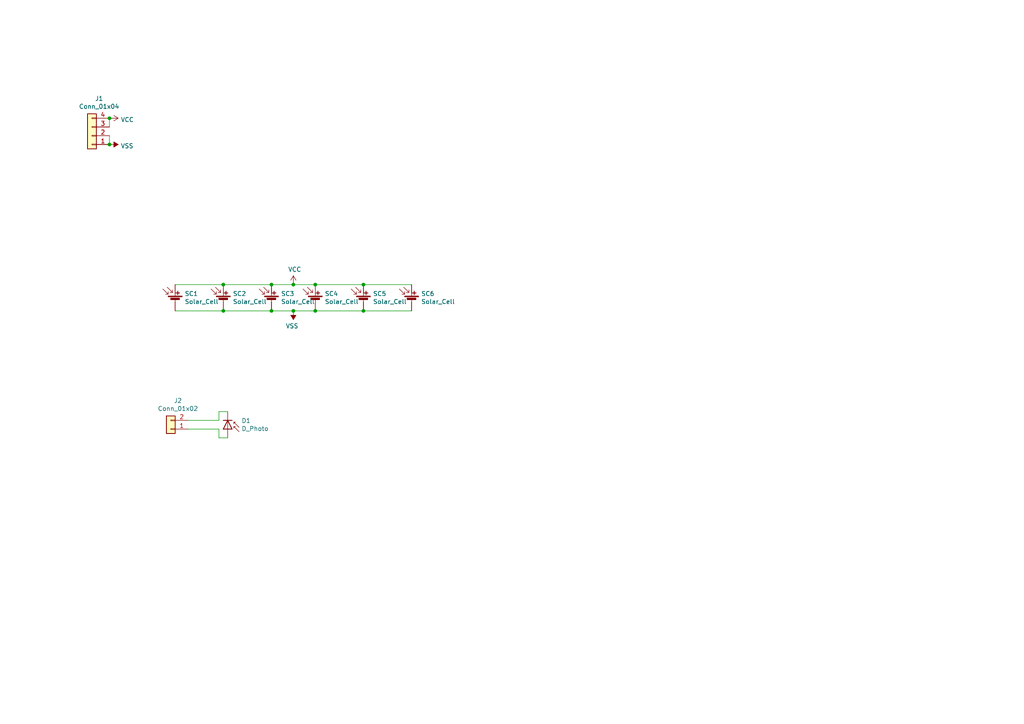
<source format=kicad_sch>
(kicad_sch (version 20211123) (generator eeschema)
  (paper "A4")
  (title_block (title "CySat Solar Panel Y-") (date "2020-07-21") (rev "3") (company "Iowa State lUniversity") (comment 1 "Matthew E. Nelson"))
  (lib_symbols
    (symbol "Connector_Generic:Conn_01x02" (pin_names (offset 1.016) hide)
      (property "Reference" "J" (at 0 2.54 0))
      (property "Value" "Conn_01x02" (at 0 -5.08 0))
      (symbol "Conn_01x02_1_1"
        (rectangle (start -1.27 -2.413) (end 0 -2.667) (stroke (width 0.1524)))
        (rectangle (start -1.27 0.127) (end 0 -0.127) (stroke (width 0.1524)))
        (rectangle (start -1.27 1.27) (end 1.27 -3.81) (stroke (width 0.254)) (fill (type background)))
        (pin passive line (at -5.08 0 0) (length 3.81) (name "Pin_1") (number "1"))
        (pin passive line (at -5.08 -2.54 0) (length 3.81) (name "Pin_2") (number "2"))
      )
    )
    (symbol "Connector_Generic:Conn_01x04" (pin_names (offset 1.016) hide)
      (property "Reference" "J" (at 0 5.08 0))
      (property "Value" "Conn_01x04" (at 0 -7.62 0))
      (symbol "Conn_01x04_1_1"
        (rectangle (start -1.27 -4.953) (end 0 -5.207) (stroke (width 0.1524)))
        (rectangle (start -1.27 -2.413) (end 0 -2.667) (stroke (width 0.1524)))
        (rectangle (start -1.27 0.127) (end 0 -0.127) (stroke (width 0.1524)))
        (rectangle (start -1.27 2.667) (end 0 2.413) (stroke (width 0.1524)))
        (rectangle (start -1.27 3.81) (end 1.27 -6.35) (stroke (width 0.254)) (fill (type background)))
        (pin passive line (at -5.08 2.54 0) (length 3.81) (name "Pin_1") (number "1"))
        (pin passive line (at -5.08 0 0) (length 3.81) (name "Pin_2") (number "2"))
        (pin passive line (at -5.08 -2.54 0) (length 3.81) (name "Pin_3") (number "3"))
        (pin passive line (at -5.08 -5.08 0) (length 3.81) (name "Pin_4") (number "4"))
      )
    )
    (symbol "Device:D_Photo" (pin_numbers hide) (pin_names hide)
      (property "Reference" "D" (at 0.508 1.778 0))
      (property "Value" "D_Photo" (at -1.016 -2.794 0))
      (symbol "D_Photo_0_1"
        (polyline (pts (xy -2.54 1.27) (xy -2.54 -1.27)) (stroke (width 0.254)))
        (polyline (pts (xy -2.032 1.778) (xy -1.524 1.778)))
        (polyline (pts (xy 0 0) (xy -2.54 0)))
        (polyline (pts (xy -0.508 3.302) (xy -2.032 1.778) (xy -2.032 2.286)))
        (polyline (pts (xy 0 -1.27) (xy 0 1.27) (xy -2.54 0) (xy 0 -1.27)) (stroke (width 0.254)))
        (polyline (pts (xy 0.762 3.302) (xy -0.762 1.778) (xy -0.762 2.286) (xy -0.762 1.778) (xy -0.254 1.778)))
      )
      (symbol "D_Photo_1_1"
        (pin passive line (at -5.08 0 0) (length 2.54) (name "K") (number "1"))
        (pin passive line (at 2.54 0 180) (length 2.54) (name "A") (number "2"))
      )
    )
    (symbol "Device:Solar_Cell" (pin_numbers hide) (pin_names (offset 0) hide)
      (property "Reference" "SC" (at 2.54 2.54 0))
      (property "Value" "Solar_Cell" (at 2.54 0 0))
      (symbol "Solar_Cell_0_1"
        (rectangle (start -2.032 1.778) (end 2.032 1.524) (fill (type outline)))
        (rectangle (start -1.3208 1.1938) (end 1.27 0.6858) (fill (type outline)))
        (polyline (pts (xy -2.032 2.286) (xy -3.556 3.81)))
        (polyline (pts (xy -0.762 2.794) (xy -2.286 4.318)))
        (polyline (pts (xy 0 0.762) (xy 0 0)))
        (polyline (pts (xy 0 1.778) (xy 0 2.54)))
        (polyline (pts (xy 0.254 2.667) (xy 1.27 2.667)) (stroke (width 0.254)))
        (polyline (pts (xy 0.762 3.175) (xy 0.762 2.159)) (stroke (width 0.254)))
        (polyline (pts (xy -2.032 3.048) (xy -2.032 2.286) (xy -2.794 2.286)))
        (polyline (pts (xy -0.762 3.556) (xy -0.762 2.794) (xy -1.524 2.794)))
      )
      (symbol "Solar_Cell_1_1"
        (pin passive line (at 0 5.08 270) (length 2.54) (name "+") (number "1"))
        (pin passive line (at 0 -2.54 90) (length 2.54) (name "-") (number "2"))
      )
    )
    (symbol "power:VCC" (power) (pin_names (offset 0))
      (property "Value" "VCC" (at 0 3.81 0))
      (symbol "VCC_0_1"
        (polyline (pts (xy -0.762 1.27) (xy 0 2.54)))
        (polyline (pts (xy 0 0) (xy 0 2.54)))
        (polyline (pts (xy 0 2.54) (xy 0.762 1.27)))
      )
      (symbol "VCC_1_1"
        (pin power_in line (at 0 0 90) (length 0) hide (name "VCC") (number "1"))
      )
    )
    (symbol "power:VSS" (power) (pin_names (offset 0))
      (property "Value" "VSS" (at 0 3.81 0))
      (symbol "VSS_0_1"
        (polyline (pts (xy 0 0) (xy 0 2.54)))
        (polyline (pts (xy 0.762 1.27) (xy -0.762 1.27) (xy 0 2.54) (xy 0.762 1.27)) (fill (type outline)))
      )
      (symbol "VSS_1_1"
        (pin power_in line (at 0 0 90) (length 0) hide (name "VSS") (number "1"))
      )
    )
  )
  (junction (at 64.77 82.55))
  (junction (at 31.75 41.91))
  (junction (at 85.09 82.55))
  (junction (at 85.09 90.17))
  (junction (at 78.74 82.55))
  (junction (at 31.75 34.29))
  (junction (at 78.74 90.17))
  (junction (at 91.44 82.55))
  (junction (at 105.41 90.17))
  (junction (at 105.41 82.55))
  (junction (at 91.44 90.17))
  (junction (at 64.77 90.17))
  (wire (pts (xy 66.04 127) (xy 63.5 127)))
  (wire (pts (xy 63.5 121.92) (xy 63.5 119.38)))
  (wire (pts (xy 63.5 127) (xy 63.5 124.46)))
  (wire (pts (xy 85.09 82.55) (xy 91.44 82.55)))
  (wire (pts (xy 54.61 121.92) (xy 63.5 121.92)))
  (wire (pts (xy 105.41 90.17) (xy 119.38 90.17)))
  (wire (pts (xy 78.74 82.55) (xy 85.09 82.55)))
  (wire (pts (xy 63.5 119.38) (xy 66.04 119.38)))
  (wire (pts (xy 64.77 90.17) (xy 78.74 90.17)))
  (wire (pts (xy 91.44 90.17) (xy 105.41 90.17)))
  (wire (pts (xy 63.5 124.46) (xy 54.61 124.46)))
  (wire (pts (xy 91.44 82.55) (xy 105.41 82.55)))
  (wire (pts (xy 64.77 82.55) (xy 78.74 82.55)))
  (wire (pts (xy 31.75 36.83) (xy 31.75 34.29)))
  (wire (pts (xy 50.8 90.17) (xy 64.77 90.17)))
  (wire (pts (xy 50.8 82.55) (xy 64.77 82.55)))
  (wire (pts (xy 105.41 82.55) (xy 119.38 82.55)))
  (wire (pts (xy 31.75 39.37) (xy 31.75 41.91)))
  (wire (pts (xy 78.74 90.17) (xy 85.09 90.17)))
  (wire (pts (xy 85.09 90.17) (xy 91.44 90.17)))
  (symbol (lib_id "Connector_Generic:Conn_01x04") (at 26.67 39.37 180) (unit 1)
    (property "Reference" "J1" (at 28.7528 28.575 0))
    (property "Value" "Conn_01x04" (at 28.7528 30.8864 0))
    (property "Footprint" "Connector_Molex:Molex_PicoBlade_53398-0471_1x04-1MP_P1.25mm_Vertical" (effects hide))
  )
  (symbol (lib_id "power:VSS") (at 31.75 41.91 270) (unit 1)
    (property "Reference" "#PWR02" (effects hide))
    (property "Value" "VSS" (at 35.0012 42.3418 90) (effects (justify left)))
  )
  (symbol (lib_id "power:VCC") (at 31.75 34.29 270) (unit 1)
    (property "Reference" "#PWR01" (effects hide))
    (property "Value" "VCC" (at 35.0012 34.7218 90) (effects (justify left)))
  )
  (symbol (lib_id "Connector_Generic:Conn_01x02") (at 49.53 124.46 180) (unit 1)
    (property "Reference" "J2" (at 51.6128 116.205 0))
    (property "Value" "Conn_01x02" (at 51.6128 118.5164 0))
    (property "Footprint" "Connector_Molex:Molex_PicoBlade_53398-0271_1x02-1MP_P1.25mm_Vertical" (effects hide))
  )
  (symbol (lib_id "Device:Solar_Cell") (at 50.8 87.63 0) (unit 1)
    (property "Reference" "SC1" (at 53.5432 85.1916 0) (effects (justify left)))
    (property "Value" "Solar_Cell" (at 53.5432 87.503 0) (effects (justify left)))
    (property "Footprint" "CySat:Spectrolabs_UTJ" (effects hide))
  )
  (symbol (lib_id "Device:Solar_Cell") (at 64.77 87.63 0) (unit 1)
    (property "Reference" "SC2" (at 67.5132 85.1916 0) (effects (justify left)))
    (property "Value" "Solar_Cell" (at 67.5132 87.503 0) (effects (justify left)))
    (property "Footprint" "CySat:Spectrolabs_UTJ" (effects hide))
  )
  (symbol (lib_id "Device:D_Photo") (at 66.04 124.46 270) (unit 1)
    (property "Reference" "D1" (at 70.0278 122.0216 90) (effects (justify left)))
    (property "Value" "D_Photo" (at 70.0278 124.333 90) (effects (justify left)))
    (property "Footprint" "Diode_SMD:D_0805_2012Metric" (effects hide))
  )
  (symbol (lib_id "power:VSS") (at 85.09 90.17 180) (unit 1)
    (property "Reference" "#PWR0101" (effects hide))
    (property "Value" "VSS" (at 84.709 94.5642 0))
  )
  (symbol (lib_id "power:VCC") (at 85.09 82.55 0) (unit 1)
    (property "Reference" "#PWR0102" (effects hide))
    (property "Value" "VCC" (at 85.471 78.1558 0))
  )
  (symbol (lib_id "Device:Solar_Cell") (at 78.74 87.63 0) (unit 1)
    (property "Reference" "SC3" (at 81.4832 85.1916 0) (effects (justify left)))
    (property "Value" "Solar_Cell" (at 81.4832 87.503 0) (effects (justify left)))
    (property "Footprint" "CySat:Spectrolabs_UTJ" (effects hide))
  )
  (symbol (lib_id "Device:Solar_Cell") (at 91.44 87.63 0) (unit 1)
    (property "Reference" "SC4" (at 94.1832 85.1916 0) (effects (justify left)))
    (property "Value" "Solar_Cell" (at 94.1832 87.503 0) (effects (justify left)))
    (property "Footprint" "CySat:Spectrolabs_UTJ" (effects hide))
  )
  (symbol (lib_id "Device:Solar_Cell") (at 105.41 87.63 0) (unit 1)
    (property "Reference" "SC5" (at 108.1532 85.1916 0) (effects (justify left)))
    (property "Value" "Solar_Cell" (at 108.1532 87.503 0) (effects (justify left)))
    (property "Footprint" "CySat:Spectrolabs_UTJ" (effects hide))
  )
  (symbol (lib_id "Device:Solar_Cell") (at 119.38 87.63 0) (unit 1)
    (property "Reference" "SC6" (at 122.1232 85.1916 0) (effects (justify left)))
    (property "Value" "Solar_Cell" (at 122.1232 87.503 0) (effects (justify left)))
    (property "Footprint" "CySat:Spectrolabs_UTJ" (effects hide))
  )
)
</source>
